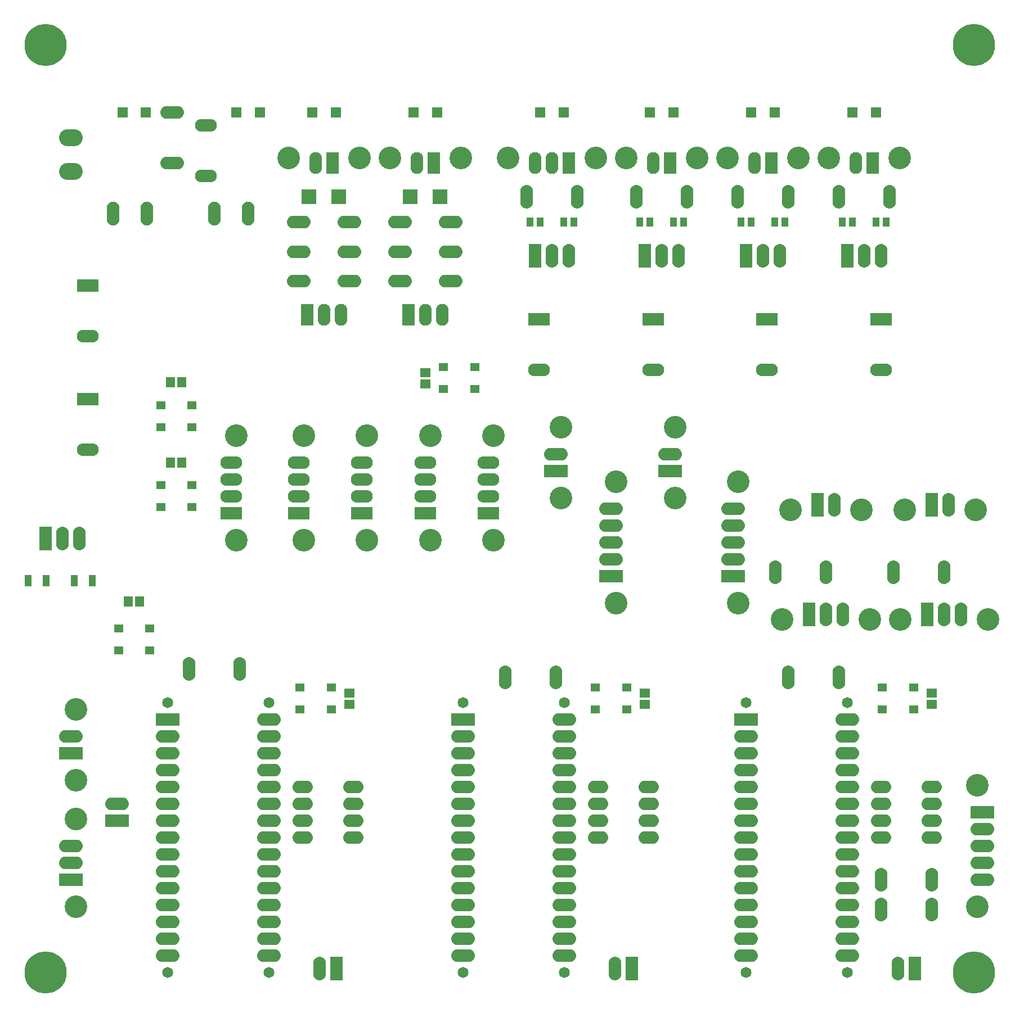
<source format=gbr>
G04 Layer_Color=11767835*
%FSLAX45Y45*%
%MOMM*%
%TF.FileFunction,Pads,Top*%
%TF.Part,Single*%
G01*
G75*
%TA.AperFunction,SMDPad,CuDef*%
%ADD10R,1.52400X1.32080*%
%ADD11R,1.32080X1.52400*%
%ADD12R,1.32080X1.21920*%
%ADD13R,1.10000X1.40000*%
%ADD14R,1.10000X1.70000*%
%ADD15R,1.50000X1.50000*%
%ADD16R,2.30000X2.30000*%
%TA.AperFunction,ComponentPad*%
%ADD25O,1.90500X3.55600*%
%ADD26C,3.40360*%
%ADD27R,1.90500X3.55600*%
%ADD28C,1.65100*%
%ADD29O,3.55600X1.90500*%
%ADD30R,3.55600X1.90500*%
%ADD31R,3.30200X1.90500*%
%ADD32O,3.30200X1.90500*%
%ADD33O,1.90500X3.58140*%
%ADD34O,1.90500X3.30200*%
%ADD35R,1.90500X3.30200*%
%ADD36O,3.55600X1.90500*%
%TA.AperFunction,ViaPad*%
%ADD37C,6.35000*%
%TA.AperFunction,ComponentPad*%
%ADD38O,3.55600X2.54000*%
%ADD39O,3.04800X1.90500*%
D10*
X7747000Y7217501D02*
D03*
Y7388860D02*
D03*
X12192000D02*
D03*
Y7217501D02*
D03*
X16510001D02*
D03*
Y7388860D02*
D03*
X8890000Y12214860D02*
D03*
Y12043501D02*
D03*
D11*
X4422140Y8763000D02*
D03*
X4593499D02*
D03*
X5057140Y10858500D02*
D03*
X5228499D02*
D03*
Y12065000D02*
D03*
X5057140D02*
D03*
D12*
X7003999Y7137502D02*
D03*
Y7467600D02*
D03*
X7475220D02*
D03*
Y7137502D02*
D03*
X5379720Y10185502D02*
D03*
Y10515600D02*
D03*
X4908499D02*
D03*
Y10185502D02*
D03*
X5379720Y11392002D02*
D03*
Y11722100D02*
D03*
X4908499D02*
D03*
Y11392002D02*
D03*
X4273499Y8356600D02*
D03*
Y8026502D02*
D03*
X4744720D02*
D03*
Y8356600D02*
D03*
X9162999Y11963502D02*
D03*
Y12293600D02*
D03*
X9634220Y11963502D02*
D03*
Y12293600D02*
D03*
X11448999Y7467600D02*
D03*
Y7137502D02*
D03*
X11920220D02*
D03*
Y7467600D02*
D03*
X15766998D02*
D03*
Y7137502D02*
D03*
X16238220D02*
D03*
Y7467600D02*
D03*
D13*
X14299001Y14478000D02*
D03*
X14148999D02*
D03*
X13791000D02*
D03*
X13640999D02*
D03*
X12775001D02*
D03*
X12624999D02*
D03*
X12267001D02*
D03*
X12116999D02*
D03*
X11124001D02*
D03*
X10973999D02*
D03*
X10616001D02*
D03*
X10465999D02*
D03*
X15164999D02*
D03*
X15315001D02*
D03*
X15673000D02*
D03*
X15823001D02*
D03*
D14*
X3611499Y9080500D02*
D03*
X3881501D02*
D03*
X3183001D02*
D03*
X2912999D02*
D03*
D15*
X15669000Y16128999D02*
D03*
X15318999D02*
D03*
X14145001D02*
D03*
X13795000D02*
D03*
X12621001D02*
D03*
X12270999D02*
D03*
X10970001D02*
D03*
X10619999D02*
D03*
X9065001D02*
D03*
X8714999D02*
D03*
X7541001D02*
D03*
X7190999D02*
D03*
X6398001D02*
D03*
X6047999D02*
D03*
X4683501D02*
D03*
X4333499D02*
D03*
D16*
X9114998Y14859000D02*
D03*
X8665002D02*
D03*
X7590998D02*
D03*
X7141002D02*
D03*
D25*
X7302500Y3238500D02*
D03*
X10858500Y7620000D02*
D03*
X10096500D02*
D03*
X14160500Y9207500D02*
D03*
X14922501Y8572500D02*
D03*
X15176500D02*
D03*
X14922501Y9207500D02*
D03*
X15938499D02*
D03*
X16700500Y8572500D02*
D03*
X16954500D02*
D03*
X16700500Y9207500D02*
D03*
X16764000Y10223500D02*
D03*
X15049500D02*
D03*
X14350999Y7620000D02*
D03*
X15113000D02*
D03*
X15748000Y4572000D02*
D03*
Y4127500D02*
D03*
X16002000Y3238500D02*
D03*
X16510001Y4127500D02*
D03*
Y4572000D02*
D03*
X11747500Y3238500D02*
D03*
X6096000Y7747000D02*
D03*
X5334000D02*
D03*
X3683000Y9715500D02*
D03*
X3429000D02*
D03*
X10414000Y14859000D02*
D03*
X10795000Y13970000D02*
D03*
X11049000D02*
D03*
X12065000Y14859000D02*
D03*
X12446000Y13970000D02*
D03*
X12700000D02*
D03*
X12827000Y14859000D02*
D03*
X13589000D02*
D03*
X13970000Y13970000D02*
D03*
X14224001D02*
D03*
X14350999Y14859000D02*
D03*
X15113000D02*
D03*
X15494000Y13970000D02*
D03*
X15748000D02*
D03*
X15875000Y14859000D02*
D03*
X11176000D02*
D03*
D26*
X3632200Y4165600D02*
D03*
Y5486400D02*
D03*
Y6070600D02*
D03*
Y7137400D02*
D03*
X6045200Y9690100D02*
D03*
X7061200D02*
D03*
X8013700D02*
D03*
X8966200D02*
D03*
X9918700D02*
D03*
X10934700Y10325100D02*
D03*
X11760200Y10566400D02*
D03*
X12649200Y10325100D02*
D03*
X13601700Y10566400D02*
D03*
X14389101Y10147300D02*
D03*
X15455901D02*
D03*
X16103600D02*
D03*
X17170399D02*
D03*
X16040100Y8496300D02*
D03*
X15582899D02*
D03*
X14262100D02*
D03*
X13601700Y8737600D02*
D03*
X11760200D02*
D03*
X9918700Y11264900D02*
D03*
X8966200D02*
D03*
X8013700D02*
D03*
X7061200D02*
D03*
X6045200D02*
D03*
X10134600Y15443201D02*
D03*
X9423400D02*
D03*
X8356600D02*
D03*
X7899400D02*
D03*
X6832600D02*
D03*
X10934700Y11391900D02*
D03*
X12649200D02*
D03*
X16027400Y15443201D02*
D03*
X14960600D02*
D03*
X14503400D02*
D03*
X13436600D02*
D03*
X12979401D02*
D03*
X11912600D02*
D03*
X11455400D02*
D03*
X17360899Y8496300D02*
D03*
X17195799Y5994400D02*
D03*
Y4165600D02*
D03*
D27*
X7556500Y3238500D02*
D03*
X12001500D02*
D03*
X16256000D02*
D03*
X16446500Y8572500D02*
D03*
X16510001Y10223500D02*
D03*
X14795500D02*
D03*
X14668500Y8572500D02*
D03*
X15239999Y13970000D02*
D03*
X13716000D02*
D03*
X12192000D02*
D03*
X10541000D02*
D03*
X3175000Y9715500D02*
D03*
D28*
X5016500Y3175000D02*
D03*
X6540500D02*
D03*
X9461500D02*
D03*
X10985500D02*
D03*
X13716000D02*
D03*
X15239999D02*
D03*
Y7239000D02*
D03*
X13716000D02*
D03*
X10985500D02*
D03*
X9461500D02*
D03*
X6540500D02*
D03*
X5016500D02*
D03*
D29*
X3556000Y4826000D02*
D03*
Y5080000D02*
D03*
X4254500Y5715000D02*
D03*
X3556000Y6731000D02*
D03*
X5016500Y4953000D02*
D03*
Y4699000D02*
D03*
Y4445000D02*
D03*
Y4191000D02*
D03*
Y3937000D02*
D03*
Y3683000D02*
D03*
Y3429000D02*
D03*
X6540500D02*
D03*
Y3683000D02*
D03*
Y3937000D02*
D03*
Y4191000D02*
D03*
Y4445000D02*
D03*
Y4699000D02*
D03*
Y4953000D02*
D03*
Y5207000D02*
D03*
Y5461000D02*
D03*
Y5715000D02*
D03*
Y5969000D02*
D03*
Y6223000D02*
D03*
Y6477000D02*
D03*
Y6731000D02*
D03*
Y6985000D02*
D03*
X5016500Y6731000D02*
D03*
Y6477000D02*
D03*
Y6223000D02*
D03*
Y5969000D02*
D03*
Y5715000D02*
D03*
Y5461000D02*
D03*
Y5207000D02*
D03*
X9461500Y3429000D02*
D03*
Y3683000D02*
D03*
Y3937000D02*
D03*
Y4191000D02*
D03*
Y4445000D02*
D03*
Y4699000D02*
D03*
Y4953000D02*
D03*
Y5207000D02*
D03*
Y5461000D02*
D03*
Y5715000D02*
D03*
Y5969000D02*
D03*
Y6223000D02*
D03*
Y6477000D02*
D03*
Y6731000D02*
D03*
X10985500Y5207000D02*
D03*
Y4953000D02*
D03*
Y4699000D02*
D03*
Y4445000D02*
D03*
Y4191000D02*
D03*
Y3937000D02*
D03*
Y3683000D02*
D03*
Y3429000D02*
D03*
Y5461000D02*
D03*
Y5715000D02*
D03*
Y5969000D02*
D03*
Y6223000D02*
D03*
Y6477000D02*
D03*
Y6731000D02*
D03*
Y6985000D02*
D03*
X11684000Y9398000D02*
D03*
Y9652000D02*
D03*
Y9906000D02*
D03*
Y10160000D02*
D03*
X10858500Y10985500D02*
D03*
X12573000D02*
D03*
X13525500Y9906000D02*
D03*
Y9652000D02*
D03*
Y9398000D02*
D03*
Y10160000D02*
D03*
X15239999Y6985000D02*
D03*
Y6731000D02*
D03*
Y6477000D02*
D03*
Y6223000D02*
D03*
Y5969000D02*
D03*
Y5715000D02*
D03*
Y5461000D02*
D03*
Y5207000D02*
D03*
Y4953000D02*
D03*
Y4699000D02*
D03*
Y4445000D02*
D03*
Y4191000D02*
D03*
Y3937000D02*
D03*
Y3683000D02*
D03*
Y3429000D02*
D03*
X13716000Y4699000D02*
D03*
Y4953000D02*
D03*
Y4445000D02*
D03*
Y4191000D02*
D03*
Y3937000D02*
D03*
Y3683000D02*
D03*
Y3429000D02*
D03*
Y5207000D02*
D03*
Y5461000D02*
D03*
Y5715000D02*
D03*
Y5969000D02*
D03*
Y6223000D02*
D03*
Y6477000D02*
D03*
Y6731000D02*
D03*
X17272000Y4572000D02*
D03*
Y4826000D02*
D03*
Y5080000D02*
D03*
Y5334000D02*
D03*
X5080000Y16128999D02*
D03*
Y15367000D02*
D03*
D30*
X3556000Y4572000D02*
D03*
X4254500Y5461000D02*
D03*
X3556000Y6477000D02*
D03*
X5016500Y6985000D02*
D03*
X9461500D02*
D03*
X11684000Y9144000D02*
D03*
X12573000Y10731500D02*
D03*
X13525500Y9144000D02*
D03*
X13716000Y6985000D02*
D03*
X17272000Y5588000D02*
D03*
X10858500Y10731500D02*
D03*
D31*
X9842500Y10096500D02*
D03*
X8890000D02*
D03*
X7937500D02*
D03*
X6985000D02*
D03*
X5969000D02*
D03*
X3810000Y11811000D02*
D03*
Y13525500D02*
D03*
X10604500Y13017500D02*
D03*
X12319000D02*
D03*
X14033501D02*
D03*
X15748000D02*
D03*
D32*
X9842500Y10350500D02*
D03*
Y10604500D02*
D03*
Y10858500D02*
D03*
X8890000D02*
D03*
Y10604500D02*
D03*
Y10350500D02*
D03*
X7937500Y10858500D02*
D03*
Y10604500D02*
D03*
Y10350500D02*
D03*
X6985000Y10858500D02*
D03*
Y10604500D02*
D03*
Y10350500D02*
D03*
X5969000Y10858500D02*
D03*
Y10604500D02*
D03*
Y10350500D02*
D03*
X3810000Y12763500D02*
D03*
Y11049000D02*
D03*
X5588000Y15176500D02*
D03*
Y15938499D02*
D03*
X10604500Y12255500D02*
D03*
X12319000D02*
D03*
X14033501D02*
D03*
X15748000D02*
D03*
D33*
X6223000Y14605000D02*
D03*
X5715000D02*
D03*
X4699000D02*
D03*
X4191000D02*
D03*
D34*
X9144000Y13081000D02*
D03*
X8890000D02*
D03*
X7620000D02*
D03*
X7366000D02*
D03*
X8763000Y15367000D02*
D03*
X7239000D02*
D03*
X10541000D02*
D03*
X10795000D02*
D03*
X12319000D02*
D03*
X13842999D02*
D03*
X15367000D02*
D03*
D35*
X8636000Y13081000D02*
D03*
X7112000D02*
D03*
X9017000Y15367000D02*
D03*
X7493000D02*
D03*
X11049000D02*
D03*
X12573000D02*
D03*
X14097000D02*
D03*
X15621001D02*
D03*
D36*
X9271000Y13589000D02*
D03*
Y14033501D02*
D03*
Y14478000D02*
D03*
X8509000D02*
D03*
Y14033501D02*
D03*
Y13589000D02*
D03*
X7747000Y14478000D02*
D03*
Y14033501D02*
D03*
Y13589000D02*
D03*
X6985000Y14478000D02*
D03*
Y14033501D02*
D03*
Y13589000D02*
D03*
D37*
X3175000Y3175000D02*
D03*
X17145000D02*
D03*
Y17145000D02*
D03*
X3175000D02*
D03*
D38*
X3558540Y15239999D02*
D03*
Y15750108D02*
D03*
D39*
X7048500Y5207000D02*
D03*
Y5461000D02*
D03*
Y5715000D02*
D03*
Y5969000D02*
D03*
X7810500Y5207000D02*
D03*
Y5461000D02*
D03*
Y5715000D02*
D03*
Y5969000D02*
D03*
X11493500Y5207000D02*
D03*
Y5461000D02*
D03*
Y5715000D02*
D03*
Y5969000D02*
D03*
X12255500Y5207000D02*
D03*
Y5461000D02*
D03*
Y5715000D02*
D03*
Y5969000D02*
D03*
X15748000Y5207000D02*
D03*
Y5461000D02*
D03*
Y5715000D02*
D03*
Y5969000D02*
D03*
X16510001Y5207000D02*
D03*
Y5461000D02*
D03*
Y5715000D02*
D03*
Y5969000D02*
D03*
%TF.MD5,BEDC4ADA20FDDE41A78BE193BF6337BF*%
M02*

</source>
